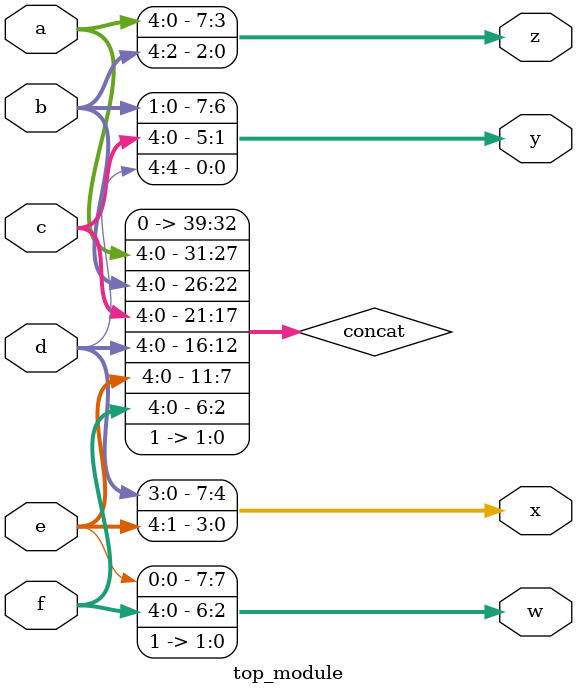
<source format=sv>
module top_module (
	input [4:0] a,
	input [4:0] b,
	input [4:0] c,
	input [4:0] d,
	input [4:0] e,
	input [4:0] f,
	output [7:0] w,
	output [7:0] x,
	output [7:0] y,
	output [7:0] z
);

    wire [39:0] concat;

    assign concat = {a, b, c, d, e, f, 2'b11};

    assign w = concat[7:0];
    assign x = concat[15:8];
    assign y = concat[23:16];
    assign z = concat[31:24];

endmodule

</source>
